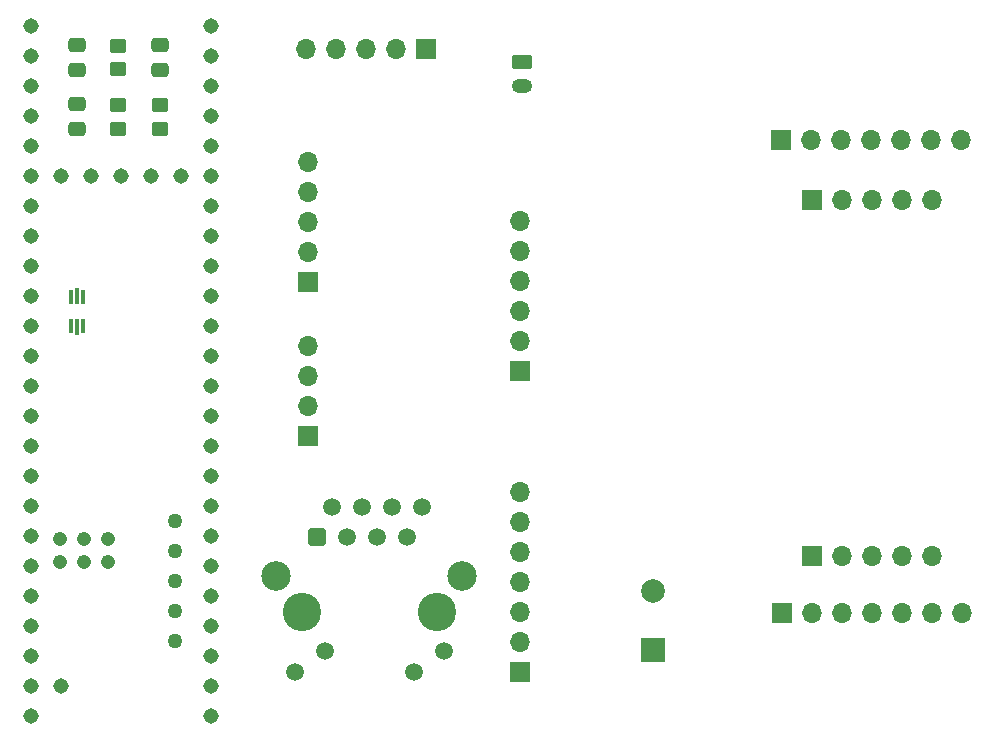
<source format=gts>
G04 #@! TF.GenerationSoftware,KiCad,Pcbnew,6.0.6-1.fc36*
G04 #@! TF.CreationDate,2022-07-29T12:50:01+02:00*
G04 #@! TF.ProjectId,CosmicWatch-ventidue,436f736d-6963-4576-9174-63682d76656e,rev?*
G04 #@! TF.SameCoordinates,Original*
G04 #@! TF.FileFunction,Soldermask,Top*
G04 #@! TF.FilePolarity,Negative*
%FSLAX46Y46*%
G04 Gerber Fmt 4.6, Leading zero omitted, Abs format (unit mm)*
G04 Created by KiCad (PCBNEW 6.0.6-1.fc36) date 2022-07-29 12:50:01*
%MOMM*%
%LPD*%
G01*
G04 APERTURE LIST*
G04 Aperture macros list*
%AMRoundRect*
0 Rectangle with rounded corners*
0 $1 Rounding radius*
0 $2 $3 $4 $5 $6 $7 $8 $9 X,Y pos of 4 corners*
0 Add a 4 corners polygon primitive as box body*
4,1,4,$2,$3,$4,$5,$6,$7,$8,$9,$2,$3,0*
0 Add four circle primitives for the rounded corners*
1,1,$1+$1,$2,$3*
1,1,$1+$1,$4,$5*
1,1,$1+$1,$6,$7*
1,1,$1+$1,$8,$9*
0 Add four rect primitives between the rounded corners*
20,1,$1+$1,$2,$3,$4,$5,0*
20,1,$1+$1,$4,$5,$6,$7,0*
20,1,$1+$1,$6,$7,$8,$9,0*
20,1,$1+$1,$8,$9,$2,$3,0*%
G04 Aperture macros list end*
%ADD10R,1.700000X1.700000*%
%ADD11O,1.700000X1.700000*%
%ADD12RoundRect,0.250000X-0.450000X0.350000X-0.450000X-0.350000X0.450000X-0.350000X0.450000X0.350000X0*%
%ADD13RoundRect,0.250000X0.475000X-0.337500X0.475000X0.337500X-0.475000X0.337500X-0.475000X-0.337500X0*%
%ADD14C,3.250000*%
%ADD15RoundRect,0.250500X-0.499500X-0.499500X0.499500X-0.499500X0.499500X0.499500X-0.499500X0.499500X0*%
%ADD16C,1.500000*%
%ADD17C,2.500000*%
%ADD18RoundRect,0.250000X-0.475000X0.337500X-0.475000X-0.337500X0.475000X-0.337500X0.475000X0.337500X0*%
%ADD19RoundRect,0.250000X-0.625000X0.350000X-0.625000X-0.350000X0.625000X-0.350000X0.625000X0.350000X0*%
%ADD20O,1.750000X1.200000*%
%ADD21R,2.000000X2.000000*%
%ADD22C,2.000000*%
%ADD23R,0.375000X1.250000*%
%ADD24R,0.300000X1.400000*%
%ADD25RoundRect,0.250000X0.450000X-0.350000X0.450000X0.350000X-0.450000X0.350000X-0.450000X-0.350000X0*%
%ADD26C,1.308000*%
%ADD27C,1.258000*%
%ADD28C,1.208000*%
G04 APERTURE END LIST*
D10*
X76275000Y-86050000D03*
D11*
X76275000Y-83510000D03*
X76275000Y-80970000D03*
X76275000Y-78430000D03*
D10*
X116380000Y-61000000D03*
D11*
X118920000Y-61000000D03*
X121460000Y-61000000D03*
X124000000Y-61000000D03*
X126540000Y-61000000D03*
X129080000Y-61000000D03*
X131620000Y-61000000D03*
D12*
X60250000Y-58000000D03*
X60250000Y-60000000D03*
D13*
X56750000Y-55037500D03*
X56750000Y-52962500D03*
D14*
X87215000Y-100900000D03*
X75785000Y-100900000D03*
D15*
X77055000Y-94550000D03*
D16*
X78325000Y-92010000D03*
X79595000Y-94550000D03*
X80865000Y-92010000D03*
X82135000Y-94550000D03*
X83405000Y-92010000D03*
X84675000Y-94550000D03*
X85945000Y-92010000D03*
X75175000Y-105980000D03*
X77715000Y-104280000D03*
X85285000Y-105980000D03*
X87825000Y-104280000D03*
D17*
X89375000Y-97850000D03*
X73625000Y-97850000D03*
D10*
X116400000Y-101000000D03*
D11*
X118940000Y-101000000D03*
X121480000Y-101000000D03*
X124020000Y-101000000D03*
X126560000Y-101000000D03*
X129100000Y-101000000D03*
X131640000Y-101000000D03*
D18*
X63750000Y-52962500D03*
X63750000Y-55037500D03*
D19*
X94450000Y-54400000D03*
D20*
X94450000Y-56400000D03*
D18*
X56750000Y-57962500D03*
X56750000Y-60037500D03*
D21*
X105500000Y-104120785D03*
D22*
X105500000Y-99120785D03*
D10*
X86290000Y-53250000D03*
D11*
X83750000Y-53250000D03*
X81210000Y-53250000D03*
X78670000Y-53250000D03*
X76130000Y-53250000D03*
D23*
X56212500Y-76725000D03*
D24*
X56750000Y-76800000D03*
D23*
X57287500Y-76725000D03*
X57287500Y-74275000D03*
D24*
X56750000Y-74200000D03*
D23*
X56212500Y-74275000D03*
D10*
X118950000Y-66025000D03*
D11*
X121490000Y-66025000D03*
X124030000Y-66025000D03*
X126570000Y-66025000D03*
X129110000Y-66025000D03*
D10*
X118950000Y-96225000D03*
D11*
X121490000Y-96225000D03*
X124030000Y-96225000D03*
X126570000Y-96225000D03*
X129110000Y-96225000D03*
D25*
X60250000Y-55000000D03*
X60250000Y-53000000D03*
D10*
X94275000Y-106000000D03*
D11*
X94275000Y-103460000D03*
X94275000Y-100920000D03*
X94275000Y-98380000D03*
X94275000Y-95840000D03*
X94275000Y-93300000D03*
X94275000Y-90760000D03*
D10*
X94285786Y-80512893D03*
D11*
X94285786Y-77972893D03*
X94285786Y-75432893D03*
X94285786Y-72892893D03*
X94285786Y-70352893D03*
X94285786Y-67812893D03*
D10*
X76300000Y-73000000D03*
D11*
X76300000Y-70460000D03*
X76300000Y-67920000D03*
X76300000Y-65380000D03*
X76300000Y-62840000D03*
D12*
X63750000Y-58000000D03*
X63750000Y-60000000D03*
D26*
X52880000Y-71610000D03*
X52880000Y-69070000D03*
X52880000Y-66530000D03*
X52880000Y-63990000D03*
X52880000Y-61450000D03*
X52880000Y-58910000D03*
X52880000Y-56370000D03*
X52880000Y-53830000D03*
X52880000Y-51290000D03*
X68120000Y-51290000D03*
X68120000Y-53830000D03*
X68120000Y-56370000D03*
X68120000Y-58910000D03*
X68120000Y-61450000D03*
X68120000Y-63990000D03*
X68120000Y-66530000D03*
X68120000Y-69070000D03*
X68120000Y-71610000D03*
X52880000Y-109710000D03*
X52880000Y-107170000D03*
X52880000Y-104630000D03*
X52880000Y-102090000D03*
X52880000Y-99550000D03*
X52880000Y-97010000D03*
X52880000Y-94470000D03*
X52880000Y-91930000D03*
X52880000Y-89390000D03*
X52880000Y-86850000D03*
X52880000Y-84310000D03*
X52880000Y-81770000D03*
X52880000Y-79230000D03*
X52880000Y-76690000D03*
X68120000Y-74150000D03*
X68120000Y-76690000D03*
X68120000Y-79230000D03*
X68120000Y-81770000D03*
X68120000Y-84310000D03*
X68120000Y-86850000D03*
X68120000Y-89390000D03*
X68120000Y-91930000D03*
X68120000Y-94470000D03*
X68120000Y-97010000D03*
X68120000Y-99550000D03*
X68120000Y-102090000D03*
X68120000Y-104630000D03*
D27*
X65070000Y-93200000D03*
X65070000Y-95740000D03*
X65070000Y-98280000D03*
X65070000Y-100820000D03*
X65070000Y-103360000D03*
D28*
X59330000Y-96740000D03*
X57330000Y-96740000D03*
X59330000Y-94740000D03*
X57330000Y-94740000D03*
X55330000Y-96740000D03*
X55330000Y-94740000D03*
D26*
X52880000Y-74150000D03*
X57960000Y-63990000D03*
X55420000Y-107170000D03*
X55420000Y-63990000D03*
X60500000Y-63990000D03*
X63040000Y-63990000D03*
X65580000Y-63990000D03*
X68120000Y-107170000D03*
X68120000Y-109710000D03*
M02*

</source>
